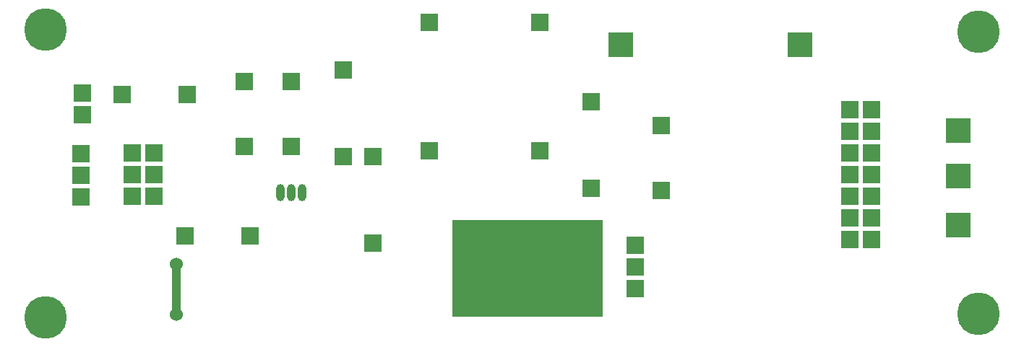
<source format=gtl>
G04*
G04 #@! TF.GenerationSoftware,Altium Limited,Altium Designer,18.0.12 (696)*
G04*
G04 Layer_Physical_Order=1*
G04 Layer_Color=255*
%FSLAX25Y25*%
%MOIN*%
G70*
G01*
G75*
%ADD23C,0.03937*%
%ADD24R,0.69685X0.44882*%
%ADD25R,0.07874X0.07874*%
%ADD26R,0.07874X0.07874*%
%ADD27R,0.11811X0.11811*%
%ADD28O,0.03937X0.07874*%
%ADD29O,0.03937X0.07874*%
%ADD30C,0.19685*%
%ADD31C,0.06000*%
D23*
X72835Y13780D02*
Y37402D01*
D24*
X234842Y35433D02*
D03*
D25*
X189370Y148819D02*
D03*
X240551D02*
D03*
Y89764D02*
D03*
X189370D02*
D03*
X106850Y50370D02*
D03*
X76850D02*
D03*
X77992Y115748D02*
D03*
X47992D02*
D03*
X29528Y116417D02*
D03*
Y106417D02*
D03*
D26*
X264173Y72126D02*
D03*
Y112126D02*
D03*
X28740Y68189D02*
D03*
Y78189D02*
D03*
Y88189D02*
D03*
X125984Y91693D02*
D03*
Y121693D02*
D03*
X104331Y91693D02*
D03*
Y121693D02*
D03*
X52598Y88504D02*
D03*
X62598D02*
D03*
X52598Y78504D02*
D03*
X62598D02*
D03*
X52598Y68504D02*
D03*
X62598D02*
D03*
X284646Y45827D02*
D03*
Y35827D02*
D03*
Y25827D02*
D03*
X296457Y71220D02*
D03*
Y101221D02*
D03*
X150000Y127087D02*
D03*
Y87087D02*
D03*
X163350Y46870D02*
D03*
Y86870D02*
D03*
X393421Y48559D02*
D03*
X383421D02*
D03*
X393421Y58559D02*
D03*
X383421D02*
D03*
X393421Y68559D02*
D03*
X383421D02*
D03*
X393421Y78559D02*
D03*
X383421D02*
D03*
X393421Y88559D02*
D03*
X383421D02*
D03*
X393421Y98559D02*
D03*
X383421D02*
D03*
X393421Y108559D02*
D03*
X383421D02*
D03*
D27*
X277969Y138559D02*
D03*
X360646D02*
D03*
X433464Y77953D02*
D03*
Y98819D02*
D03*
Y55118D02*
D03*
D28*
X130850Y70370D02*
D03*
X120850D02*
D03*
D29*
X125850D02*
D03*
D30*
X219291Y35827D02*
D03*
X442913Y14173D02*
D03*
Y144488D02*
D03*
X12598Y12598D02*
D03*
Y145669D02*
D03*
D31*
X72835Y37402D02*
D03*
Y13780D02*
D03*
M02*

</source>
